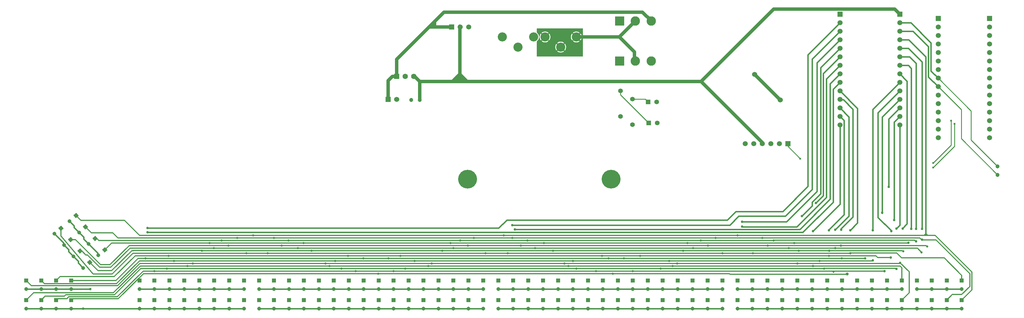
<source format=gtl>
G04*
G04 #@! TF.GenerationSoftware,Altium Limited,Altium Designer,23.7.1 (13)*
G04*
G04 Layer_Physical_Order=1*
G04 Layer_Color=255*
%FSLAX44Y44*%
%MOMM*%
G71*
G04*
G04 #@! TF.SameCoordinates,0223C93B-7FE2-4649-842A-E085946BCD85*
G04*
G04*
G04 #@! TF.FilePolarity,Positive*
G04*
G01*
G75*
%ADD11C,0.2540*%
%ADD14C,1.0160*%
%ADD16C,2.7200*%
%ADD18C,2.8000*%
%ADD19R,2.8000X2.8000*%
%ADD39C,0.3048*%
%ADD40C,0.3810*%
%ADD41C,5.5880*%
%ADD42R,1.1430X1.1430*%
%ADD43C,1.1430*%
%ADD44C,1.2000*%
%ADD45R,1.3970X1.3970*%
%ADD46C,1.3970*%
%ADD47R,1.5240X1.5240*%
%ADD48C,1.5240*%
%ADD49C,1.5000*%
%ADD50R,1.5000X1.5000*%
%ADD51R,1.5000X1.5000*%
%ADD52R,1.6000X1.6000*%
%ADD53C,1.6000*%
%ADD54C,1.4000*%
%ADD55P,1.6165X4X265.0*%
%ADD56C,0.6096*%
%ADD57C,0.7620*%
%ADD58C,0.6604*%
%ADD59C,0.7112*%
%ADD60C,0.8890*%
G36*
X1436370Y906780D02*
X1435100Y905510D01*
X1383419D01*
X1382933Y906683D01*
X1404620Y928370D01*
X1414780D01*
X1436370Y906780D01*
D02*
G37*
G36*
X1339850Y1084993D02*
Y1068070D01*
X1326085D01*
X1325538Y1069216D01*
X1338653Y1085417D01*
X1339850Y1084993D01*
D02*
G37*
G36*
X1775460Y979170D02*
X1638300D01*
Y1023966D01*
X1639059Y1024473D01*
X1641307Y1026721D01*
X1643073Y1029365D01*
X1644290Y1032302D01*
X1644910Y1035420D01*
Y1038599D01*
X1644290Y1041718D01*
X1643073Y1044655D01*
X1641307Y1047299D01*
X1639059Y1049547D01*
X1638300Y1050053D01*
Y1062990D01*
X1775460D01*
Y979170D01*
D02*
G37*
G36*
X2801717Y446943D02*
X2801230Y445770D01*
X2789309D01*
X2788823Y446943D01*
X2795270Y453390D01*
X2801717Y446943D01*
D02*
G37*
%LPC*%
G36*
X1757360Y1053130D02*
X1754180D01*
X1751062Y1052510D01*
X1748125Y1051293D01*
X1745749Y1049705D01*
X1747810Y1047644D01*
X1745116Y1044949D01*
X1743055Y1047011D01*
X1741467Y1044635D01*
X1740250Y1041698D01*
X1739630Y1038580D01*
Y1035400D01*
X1740250Y1032282D01*
X1741467Y1029345D01*
X1743055Y1026969D01*
X1745116Y1029031D01*
X1747810Y1026337D01*
X1745749Y1024275D01*
X1748125Y1022687D01*
X1751062Y1021470D01*
X1754180Y1020850D01*
X1757360D01*
X1760478Y1021470D01*
X1763415Y1022687D01*
X1765791Y1024275D01*
X1763729Y1026337D01*
X1766423Y1029031D01*
X1768485Y1026969D01*
X1770073Y1029345D01*
X1771290Y1032282D01*
X1771910Y1035400D01*
Y1038580D01*
X1771290Y1041698D01*
X1770073Y1044635D01*
X1768485Y1047011D01*
X1766423Y1044949D01*
X1763729Y1047644D01*
X1765791Y1049705D01*
X1763415Y1051293D01*
X1760478Y1052510D01*
X1757360Y1053130D01*
D02*
G37*
G36*
X1664660D02*
X1661480D01*
X1658362Y1052510D01*
X1655425Y1051293D01*
X1653049Y1049705D01*
X1655111Y1047644D01*
X1652417Y1044949D01*
X1650355Y1047011D01*
X1648767Y1044635D01*
X1647550Y1041698D01*
X1646930Y1038580D01*
Y1035400D01*
X1647550Y1032282D01*
X1648767Y1029345D01*
X1650355Y1026969D01*
X1652417Y1029031D01*
X1655111Y1026337D01*
X1653049Y1024275D01*
X1655425Y1022687D01*
X1658362Y1021470D01*
X1661480Y1020850D01*
X1664660D01*
X1667778Y1021470D01*
X1670715Y1022687D01*
X1673091Y1024275D01*
X1671030Y1026337D01*
X1673724Y1029031D01*
X1675786Y1026969D01*
X1677373Y1029345D01*
X1678590Y1032282D01*
X1679210Y1035400D01*
Y1038580D01*
X1678590Y1041698D01*
X1677373Y1044635D01*
X1675786Y1047011D01*
X1673724Y1044949D01*
X1671030Y1047644D01*
X1673091Y1049705D01*
X1670715Y1051293D01*
X1667778Y1052510D01*
X1664660Y1053130D01*
D02*
G37*
G36*
X1711010Y1023130D02*
X1707830D01*
X1704712Y1022510D01*
X1701775Y1021293D01*
X1699399Y1019706D01*
X1701461Y1017644D01*
X1698766Y1014950D01*
X1696705Y1017011D01*
X1695117Y1014635D01*
X1693900Y1011698D01*
X1693280Y1008580D01*
Y1005400D01*
X1693900Y1002282D01*
X1695117Y999345D01*
X1696705Y996969D01*
X1698766Y999031D01*
X1701461Y996337D01*
X1699399Y994275D01*
X1701775Y992687D01*
X1704712Y991470D01*
X1707830Y990850D01*
X1711010D01*
X1714128Y991470D01*
X1717065Y992687D01*
X1719441Y994275D01*
X1717379Y996337D01*
X1720074Y999031D01*
X1722135Y996969D01*
X1723723Y999345D01*
X1724940Y1002282D01*
X1725560Y1005400D01*
Y1008580D01*
X1724940Y1011698D01*
X1723723Y1014635D01*
X1722135Y1017011D01*
X1720074Y1014950D01*
X1717379Y1017644D01*
X1719441Y1019706D01*
X1717065Y1021293D01*
X1714128Y1022510D01*
X1711010Y1023130D01*
D02*
G37*
%LPD*%
D11*
X2816860Y661670D02*
X2870200Y715010D01*
Y787400D01*
X2880360Y711200D02*
Y778510D01*
X2816860Y647700D02*
X2880360Y711200D01*
X2900680Y734060D02*
Y820420D01*
Y734060D02*
X3008630Y626110D01*
X2832100Y889000D02*
X2900680Y820420D01*
X2385060Y711200D02*
X2421890Y674370D01*
X2385060Y711200D02*
Y722630D01*
X2832100Y914400D02*
X2929890Y816610D01*
X1272540Y919480D02*
X1275080D01*
X1978670Y1084580D02*
Y1085300D01*
X1922780Y852170D02*
X1961079D01*
X1969770Y843479D01*
X1887220Y864870D02*
Y876300D01*
Y864870D02*
X1971040Y781050D01*
X2929890Y730250D02*
Y816610D01*
Y730250D02*
X3008630Y651510D01*
D14*
X1409700Y923290D02*
Y1069340D01*
X2308860Y718820D02*
Y722630D01*
X1362710Y1111250D02*
X1952720D01*
X1221740Y919480D02*
Y970280D01*
X1318260Y1066800D02*
X1362710Y1111250D01*
X1318260Y1066800D02*
X1385570D01*
X1221740Y970280D02*
X1318260Y1066800D01*
X2286000Y925830D02*
X2360541Y851289D01*
X2359853Y849630D02*
X2360541Y850317D01*
Y851289D01*
X1929130Y967740D02*
X1931670Y965200D01*
X1929130Y967740D02*
Y991940D01*
X1884080Y1036990D02*
X1929130Y991940D01*
X1884080Y1036990D02*
X1931670Y1084580D01*
X2127250Y904240D02*
X2343030Y1120020D01*
X1275080Y919480D02*
X1290320Y904240D01*
X2343030Y1120020D02*
X2702680D01*
X2717800Y1104900D01*
X1290320Y849630D02*
Y904240D01*
X2127250D01*
X2308860Y722630D01*
X1196340Y850900D02*
Y906780D01*
X1209040Y919480D01*
X1221740D01*
X1952720Y1111250D02*
X1978670Y1085300D01*
X1755770Y1036990D02*
X1884080D01*
D16*
X1536070Y1037010D02*
D03*
X1628770D02*
D03*
X1582420Y1007010D02*
D03*
X1663070Y1036990D02*
D03*
X1755770D02*
D03*
X1709420Y1006990D02*
D03*
D18*
X1978670Y1084580D02*
D03*
X1931670D02*
D03*
X1978670Y965200D02*
D03*
X1931670D02*
D03*
D19*
X1884670Y1084580D02*
D03*
Y965200D02*
D03*
D39*
X318166Y331093D02*
X318167Y331093D01*
X2926080Y293370D02*
Y331470D01*
X2784715Y432195D02*
X2787577D01*
X2825689Y431861D02*
X2926080Y331470D01*
X2787911Y431861D02*
X2825689D01*
X2783840Y433070D02*
X2784715Y432195D01*
X2787577D02*
X2787911Y431861D01*
X2782603Y433070D02*
X2783840D01*
X2235200Y445770D02*
X2823210D01*
X2704879Y346964D02*
X2706403Y345440D01*
X2006600Y346710D02*
X2493010D01*
X1756410D02*
X2006600D01*
X2706403Y345440D02*
X2707640D01*
X2493264Y346964D02*
X2704879D01*
X838200Y392430D02*
X2280920D01*
X1357630Y400050D02*
X1686560D01*
X2073910D01*
X969010D02*
X1357630D01*
X2404491Y422783D02*
X2742819D01*
X2308860Y438150D02*
X2777523D01*
X2343658Y431038D02*
X2761775D01*
X1233170Y384810D02*
X1832610D01*
X1451610Y438150D02*
X1565910D01*
X1659890Y422910D02*
X2086610D01*
X1540510Y445770D02*
X2235200D01*
X1591310Y415290D02*
X2147570D01*
X1633220Y407670D02*
X2103120D01*
X2170430Y438150D02*
X2308860D01*
X1610360Y430530D02*
X2125980D01*
X2542540Y415290D02*
X2542667Y415163D01*
X795020Y445770D02*
X1540510D01*
X1565910Y438150D02*
X2170430D01*
X1390650Y407670D02*
X1633220D01*
X1381760Y422910D02*
X1659890D01*
X257810Y256540D02*
X393969D01*
X237773Y268253D02*
X382553D01*
X246602Y262509D02*
X391382D01*
X393969Y256540D02*
X468899Y331470D01*
X213741Y256921D02*
X241014D01*
X176530Y264160D02*
X233680D01*
X241014Y256921D02*
X246602Y262509D01*
X142240Y274320D02*
X379730D01*
X165100Y252730D02*
X176530Y264160D01*
X233680D02*
X237773Y268253D01*
X209550Y252730D02*
X213741Y256921D01*
X120650Y252730D02*
X142240Y274320D01*
X254000Y252730D02*
X257810Y256540D01*
X282491Y490220D02*
X412750D01*
X457200Y445770D01*
X377901Y453390D02*
X393141Y438150D01*
X313842Y453390D02*
X377901D01*
X2417686Y399936D02*
X2724826D01*
X2526030Y407670D02*
X2539257D01*
X2103120D02*
X2387600D01*
X2525966D02*
X2526030Y407607D01*
X2387600Y407670D02*
X2525966D01*
X2646680Y384810D02*
X2651760Y379730D01*
X2592578Y384556D02*
X2592832Y384810D01*
X2567324Y384556D02*
X2592578D01*
X2592832Y384810D02*
X2646680D01*
X1945640D02*
X2506980D01*
X2567070D01*
X2493010Y346710D02*
X2493264Y346964D01*
X1924050Y339090D02*
X2520442D01*
X1814830D02*
X1924050D01*
X2671572Y338582D02*
X2672080Y339090D01*
X2520950Y338582D02*
X2671572D01*
X2520442Y339090D02*
X2520950Y338582D01*
Y336804D02*
Y338582D01*
X2213123Y329438D02*
X2560955D01*
X2211091Y331470D02*
X2213123Y329438D01*
X2560955D02*
X2561590Y330073D01*
X1167130Y331470D02*
X2211091D01*
X2459990Y354330D02*
X2719070D01*
X2724150Y349250D01*
X2042160Y354330D02*
X2459990D01*
X2567070Y384810D02*
X2567324Y384556D01*
X2570480Y392176D02*
X2570874Y392570D01*
X2724826Y399936D02*
X2726998Y397764D01*
X2570874Y392570D02*
X2708770D01*
X2417572Y400050D02*
X2417686Y399936D01*
X2761775Y431038D02*
X2764823Y427990D01*
X2769997Y407543D02*
X2782570Y394970D01*
X2325370Y415290D02*
X2325434Y415227D01*
X2542477D02*
X2542540Y415163D01*
X2742819Y422783D02*
X2743200Y423164D01*
X2325434Y415227D02*
X2542477D01*
X2343150Y430530D02*
X2343658Y431038D01*
X2125980Y430530D02*
X2343150D01*
X2539384Y407543D02*
X2769997D01*
X2795705Y415163D02*
X2798118Y412750D01*
X2539257Y407670D02*
X2539384Y407543D01*
X2542667Y415163D02*
X2795705D01*
X2280920Y392430D02*
X2281047Y392303D01*
X2570353D01*
X2570480Y392176D01*
X2413000Y361950D02*
X2719070D01*
X2745486Y274066D02*
Y336804D01*
X2719070Y363220D02*
X2745486Y336804D01*
X2708770Y392570D02*
X2722880Y378460D01*
X2726998Y397764D02*
X2727960D01*
X2764823Y427990D02*
X2766060D01*
X2798118Y412750D02*
X2799080D01*
X2777523Y438150D02*
X2782603Y433070D01*
X2147570Y415290D02*
X2325370D01*
X2635283Y369570D02*
X2636553Y370840D01*
X2637790D01*
X2032000Y369570D02*
X2635283D01*
X1851660Y377190D02*
X1897380D01*
X2545080D02*
X2614930D01*
X1897380D02*
X2545080D01*
X1832610Y384810D02*
X1945640D01*
X2404110Y422402D02*
X2404491Y422783D01*
X2651760Y379730D02*
X2691130D01*
X2056130Y361950D02*
X2413000D01*
X2823210Y445770D02*
X2932430Y336550D01*
X2722880Y378460D02*
X2849880D01*
X2901950Y311150D02*
Y326390D01*
X2849880Y378460D02*
X2901950Y326390D01*
X2086610Y422910D02*
X2403856D01*
X2073910Y400050D02*
X2417572D01*
X2901950Y269240D02*
X2926080Y293370D01*
X2857500Y252730D02*
X2874010Y269240D01*
X2901950D01*
Y252730D02*
X2932430Y283210D01*
Y336550D01*
X318074Y331185D02*
X318166Y331093D01*
X318167Y331093D02*
X319059Y330200D01*
X2724150Y311150D02*
Y349250D01*
Y252730D02*
X2745486Y274066D01*
X1720850Y361950D02*
X2056130D01*
X1732280Y354330D02*
X2042160D01*
X1746250Y369570D02*
X2032000D01*
X1197610Y377190D02*
X1851660D01*
X1212850Y339090D02*
X1814830D01*
X1099820D02*
X1212850D01*
X468899Y331470D02*
X1167130D01*
X1247140Y346710D02*
X1756410D01*
X1275080Y369570D02*
X1746250D01*
X1315720Y354330D02*
X1732280D01*
X1325880Y361950D02*
X1720850D01*
X1410970Y430530D02*
X1610360D01*
X1433830Y415290D02*
X1591310D01*
X857250Y438150D02*
X1451610D01*
X880110Y415290D02*
X1433830D01*
X900430Y430530D02*
X1410970D01*
X928370Y407670D02*
X1390650D01*
X944880Y422910D02*
X1381760D01*
X642620Y400050D02*
X969010D01*
X1010220Y361950D02*
X1325880D01*
X615950D02*
X1010220D01*
X1022350Y354330D02*
X1315720D01*
X1038860Y369570D02*
X1275080D01*
X1057910Y346710D02*
X1247140D01*
X1076960Y384810D02*
X1233170D01*
X1122680Y377190D02*
X1197610D01*
X501650Y339090D02*
X1099820D01*
X474980Y377190D02*
X1122680D01*
X543560Y384810D02*
X1076960D01*
X444500D02*
X543560D01*
X538480Y346710D02*
X1057910D01*
X461010D02*
X538480D01*
X560070Y369570D02*
X1038860D01*
X457200D02*
X560070D01*
X599440Y354330D02*
X1022350D01*
X459740D02*
X599440D01*
X678180Y407670D02*
X928370D01*
X774700Y392430D02*
X838200D01*
X665480Y422910D02*
X944880D01*
X374623D02*
X665480D01*
X701040Y430530D02*
X900430D01*
X721360Y415290D02*
X880110D01*
X748030Y438150D02*
X857250D01*
X457200Y445770D02*
X795020D01*
X438150Y392430D02*
X774700D01*
X393141Y438150D02*
X748030D01*
X426720Y415290D02*
X721360D01*
X369570Y358140D02*
X426720Y415290D01*
X353994Y402281D02*
X353994D01*
X374623Y422910D01*
X325422Y436332D02*
X330614D01*
X336416Y430530D01*
X701040D01*
X439420Y400050D02*
X439520Y400150D01*
X642520D02*
X642620Y400050D01*
X439520Y400150D02*
X642520D01*
X375920Y330200D02*
X438150Y392430D01*
X429260Y407670D02*
X678180D01*
X372110Y350520D02*
X429260Y407670D01*
X434340Y400050D02*
X439420D01*
X382270Y322580D02*
X444500Y384810D01*
X453390Y377190D02*
X474980D01*
X389129Y301499D02*
X457200Y369570D01*
X458470Y361950D02*
X615950D01*
X467963Y339090D02*
X501650D01*
X268278Y504433D02*
X282491Y490220D01*
X268278Y504433D02*
X268278D01*
X296850Y470382D02*
X313842Y453390D01*
X296850Y470382D02*
X296850D01*
X252098Y432831D02*
X266939D01*
X341630Y358140D02*
X369570D01*
X266939Y432831D02*
X341630Y358140D01*
X280670Y398780D02*
X285862D01*
X297292Y387350D01*
X302260D01*
X339090Y350520D02*
X372110D01*
X302260Y387350D02*
X339090Y350520D01*
X309242Y364729D02*
X309242D01*
X333611Y340360D01*
X374650D01*
X434340Y400050D01*
X223526Y443461D02*
Y466881D01*
Y443461D02*
X318074Y331185D01*
X319059Y330200D02*
X375920D01*
X209550Y311150D02*
X220980Y322580D01*
X382270D01*
X254000Y311150D02*
X387350D01*
X453390Y377190D01*
X217076Y301499D02*
X246474D01*
X174879Y301371D02*
X216948D01*
X217076Y301499D01*
X244287Y295783D02*
X263713D01*
X263841Y295911D01*
X135889D02*
X172437D01*
X219391D02*
X244159D01*
X263841D02*
X392431D01*
X244159D02*
X244287Y295783D01*
X246474Y301499D02*
X246602Y301371D01*
X261398D01*
X261526Y301499D01*
X172564Y295783D02*
X219263D01*
X219391Y295911D01*
X172437D02*
X172564Y295783D01*
X165100Y311150D02*
X174879Y301371D01*
X120650Y311150D02*
X135889Y295911D01*
X261526Y301499D02*
X389129D01*
X392431Y295911D02*
X458470Y361950D01*
X379730Y274320D02*
X459740Y354330D01*
X382553Y268253D02*
X461010Y346710D01*
X391382Y262509D02*
X467963Y339090D01*
D40*
X2359660Y849630D02*
X2362200D01*
X2795270Y447040D02*
X2795270Y977900D01*
X2249805Y471170D02*
X2411730D01*
X1573530Y463550D02*
X2420620D01*
X2249170Y471805D02*
X2249805Y471170D01*
X2684780Y590550D02*
Y792480D01*
X2717800Y825500D01*
X2444750Y984250D02*
X2540000Y1079500D01*
X2369820Y516890D02*
X2444750Y591820D01*
Y984250D01*
X2230120Y516890D02*
X2369820D01*
X2457450Y582930D02*
Y971550D01*
X2540000Y1054100D01*
X2377440Y502920D02*
X2457450Y582930D01*
X2471420Y576580D02*
Y960120D01*
X2540000Y1028700D01*
X2381250Y486410D02*
X2471420Y576580D01*
X1549400Y491490D02*
X2204720D01*
X2230120Y516890D01*
X2212340Y476250D02*
X2239010Y502920D01*
X2377440D01*
X2426970D02*
X2457450Y533400D01*
X2411730Y471170D02*
X2499360Y558800D01*
X2420620Y463550D02*
X2510790Y553720D01*
X1565910Y476250D02*
X2212340D01*
X2249170Y486410D02*
X2381250D01*
X2482850Y946150D02*
X2540000Y1003300D01*
X2482850Y570230D02*
Y946150D01*
X2457450Y544830D02*
X2482850Y570230D01*
X2457450Y533400D02*
Y544830D01*
X2490470Y928370D02*
X2540000Y977900D01*
X2490470Y563880D02*
Y928370D01*
X2468245Y541655D02*
X2490470Y563880D01*
X2499360Y911860D02*
X2540000Y952500D01*
X2499360Y558800D02*
Y911860D01*
X2510790Y897890D02*
X2540000Y927100D01*
X2510790Y553720D02*
Y897890D01*
X2429510Y454660D02*
X2519680Y544830D01*
X2459990Y458470D02*
X2540000Y538480D01*
X482600Y454660D02*
X2429510D01*
X2506980Y462280D02*
X2551945Y507245D01*
X2526030Y462280D02*
X2566670Y502920D01*
X2540000Y800100D02*
X2551945Y788155D01*
Y507245D02*
Y788155D01*
X2566670Y502920D02*
Y798830D01*
X1525270Y467360D02*
X1549400Y491490D01*
X481330Y467360D02*
X1525270D01*
X2235200Y227330D02*
X2279650D01*
X2324100D01*
X2368550D01*
X2413000D01*
X2457450D01*
X2501900D01*
X2546350D01*
X2590800D01*
X2635250D01*
X2679700D01*
X2724150D01*
X2768600D01*
X2813050D01*
X2857500D01*
X2901950D01*
X2857500Y285750D02*
X2901950D01*
X2813050D02*
X2857500D01*
X2768600D02*
X2813050D01*
X2679700D02*
X2724150D01*
X2635250D02*
X2679700D01*
X2590800D02*
X2635250D01*
X2546350D02*
X2590800D01*
X2501900D02*
X2546350D01*
X2457450D02*
X2501900D01*
X2413000D02*
X2457450D01*
X2368550D02*
X2413000D01*
X2324100D02*
X2368550D01*
X2279650D02*
X2324100D01*
X2235200D02*
X2279650D01*
X2146300D02*
X2190750D01*
X2101850D02*
X2146300D01*
X2057400D02*
X2101850D01*
X2012950D02*
X2057400D01*
X1968500D02*
X2012950D01*
X1924050D02*
X1968500D01*
X1879600D02*
X1924050D01*
X1835150D02*
X1879600D01*
X1790700D02*
X1835150D01*
X1746250D02*
X1790700D01*
X1701800D02*
X1746250D01*
X1657350D02*
X1701800D01*
X1612900D02*
X1657350D01*
X1568450D02*
X1612900D01*
X1524000D02*
X1568450D01*
X2146300Y227330D02*
X2190750D01*
X2101850D02*
X2146300D01*
X2057400D02*
X2101850D01*
X2012950D02*
X2057400D01*
X1968500D02*
X2012950D01*
X1924050D02*
X1968500D01*
X1879600D02*
X1924050D01*
X1835150D02*
X1879600D01*
X1790700D02*
X1835150D01*
X1746250D02*
X1790700D01*
X1701800D02*
X1746250D01*
X1657350D02*
X1701800D01*
X1612900D02*
X1657350D01*
X1568450D02*
X1612900D01*
X1524000D02*
X1568450D01*
X1435100D02*
X1479550D01*
X1390650D02*
X1435100D01*
X1346200D02*
X1390650D01*
X1301750D02*
X1346200D01*
X1257300D02*
X1301750D01*
X1212850D02*
X1257300D01*
X1168400D02*
X1212850D01*
X1123950D02*
X1168400D01*
X1079500D02*
X1123950D01*
X1035050D02*
X1079500D01*
X990600D02*
X1035050D01*
X946150D02*
X990600D01*
X901700D02*
X946150D01*
X857250D02*
X901700D01*
X812800D02*
X857250D01*
X1435100Y285750D02*
X1479550D01*
X1390650D02*
X1435100D01*
X1346200D02*
X1390650D01*
X1301750D02*
X1346200D01*
X1257300D02*
X1301750D01*
X1212850D02*
X1257300D01*
X1168400D02*
X1212850D01*
X1123950D02*
X1168400D01*
X1079500D02*
X1123950D01*
X1035050D02*
X1079500D01*
X990600D02*
X1035050D01*
X946150D02*
X990600D01*
X901700D02*
X946150D01*
X857250D02*
X901700D01*
X812800D02*
X857250D01*
X305965Y420005D02*
X333079Y392891D01*
Y387412D02*
Y392891D01*
Y387412D02*
X334537Y385954D01*
X277393Y454055D02*
X291163Y440285D01*
Y434806D02*
Y440285D01*
Y434806D02*
X305965Y420005D01*
X248821Y488106D02*
X262591Y474336D01*
Y468857D02*
Y474336D01*
Y468857D02*
X277393Y454055D01*
X723900Y285750D02*
X768350D01*
X679450D02*
X723900D01*
X635000D02*
X679450D01*
X590550D02*
X635000D01*
X546100D02*
X590550D01*
X501650D02*
X546100D01*
X457200D02*
X501650D01*
X254000D02*
X309880D01*
X289560Y227330D02*
X457200D01*
X209550Y285750D02*
X254000D01*
X165100D02*
X209550D01*
X120650D02*
X165100D01*
X2519680Y881380D02*
X2540000Y901700D01*
X2519680Y544830D02*
Y881380D01*
X2578100Y500380D02*
Y821690D01*
X2540000Y538480D02*
Y774700D01*
X254000Y227330D02*
X289560D01*
X261213Y382453D02*
X274983Y368683D01*
Y363204D02*
Y368683D01*
Y363204D02*
X289785Y348403D01*
X232641Y416504D02*
X246411Y402733D01*
Y397255D02*
Y402733D01*
Y397255D02*
X261213Y382453D01*
X204069Y450554D02*
X231183Y423440D01*
Y417962D02*
Y423440D01*
Y417962D02*
X232641Y416504D01*
X723900Y227330D02*
X768350D01*
X679450D02*
X723900D01*
X635000D02*
X679450D01*
X590550D02*
X635000D01*
X546100D02*
X590550D01*
X501650D02*
X546100D01*
X457200D02*
X501650D01*
X209550D02*
X254000D01*
X165100D02*
X209550D01*
X120650D02*
X165100D01*
X2540000Y825500D02*
X2566670Y798830D01*
X2543810Y462280D02*
Y466090D01*
X2578100Y500380D01*
X2549979Y849811D02*
X2578100Y821690D01*
X2541089Y849811D02*
X2549979D01*
X2540000Y850900D02*
X2541089Y849811D01*
X2592126Y482656D02*
Y824174D01*
X2570480Y461010D02*
X2592126Y482656D01*
X2540000Y876300D02*
X2592126Y824174D01*
X2725420Y466090D02*
X2739390Y480060D01*
X2717800Y927100D02*
X2739390Y905510D01*
Y480060D02*
Y905510D01*
X2717800Y952500D02*
X2743200D01*
X2752090Y943610D01*
Y464820D02*
Y943610D01*
X2637790Y461010D02*
Y821690D01*
X2717800Y901700D01*
X2653030Y499110D02*
X2692400Y459740D01*
X2653030Y499110D02*
Y513080D01*
X2701228Y491428D02*
Y783528D01*
X2717800Y476250D02*
Y774700D01*
X2707640Y466090D02*
X2717800Y476250D01*
X2665730Y513080D02*
Y798830D01*
Y511810D02*
Y513080D01*
X2701228Y783528D02*
X2717800Y800100D01*
X2665730Y798830D02*
X2717800Y850900D01*
X2653030Y513080D02*
X2653030Y811530D01*
X2717800Y876300D01*
X2766060Y466090D02*
Y958850D01*
X2744470Y1028700D02*
X2795270Y977900D01*
X2783840Y464820D02*
Y962660D01*
X2717800Y977900D02*
X2747010D01*
X2766060Y958850D01*
X2743200Y1003300D02*
X2783840Y962660D01*
X2717800Y1003300D02*
X2743200D01*
X2717800Y1028700D02*
X2744470D01*
X2802890Y918210D02*
Y1008380D01*
Y918210D02*
X2832100Y889000D01*
X2717800Y1054100D02*
X2757170D01*
X2802890Y1008380D01*
X2717800Y1079500D02*
X2750820D01*
X2810510Y1019810D01*
Y935990D02*
X2832100Y914400D01*
X2810510Y935990D02*
Y1019810D01*
D41*
X1432420Y613410D02*
D03*
X1859420D02*
D03*
D42*
X1746250Y311150D02*
D03*
X2546350D02*
D03*
X120650Y252730D02*
D03*
X990600D02*
D03*
X1701800D02*
D03*
X2413000D02*
D03*
X2724150Y311150D02*
D03*
X2012950D02*
D03*
X1301750D02*
D03*
X590550D02*
D03*
X768350Y252730D02*
D03*
X1479550D02*
D03*
X2190750D02*
D03*
X2901950D02*
D03*
X2235200Y311150D02*
D03*
X1524000D02*
D03*
X812800D02*
D03*
X946150Y252730D02*
D03*
X1657350D02*
D03*
X2368550D02*
D03*
X2768600Y311150D02*
D03*
X2057400D02*
D03*
X1346200D02*
D03*
X635000D02*
D03*
X723900Y252730D02*
D03*
X1435100D02*
D03*
X2146300D02*
D03*
X2857500D02*
D03*
X2279650Y311150D02*
D03*
X1568450D02*
D03*
X857250D02*
D03*
X679450Y252730D02*
D03*
X1390650D02*
D03*
X2101850D02*
D03*
X2813050D02*
D03*
X2324100Y311150D02*
D03*
X1612900D02*
D03*
X901700D02*
D03*
Y252730D02*
D03*
X1612900D02*
D03*
X2324100D02*
D03*
X2813050Y311150D02*
D03*
X2101850D02*
D03*
X1390650D02*
D03*
X679450D02*
D03*
X635000Y252730D02*
D03*
X1346200D02*
D03*
X2057400D02*
D03*
X2768600D02*
D03*
X2368550Y311150D02*
D03*
X1657350D02*
D03*
X946150D02*
D03*
X857250Y252730D02*
D03*
X1568450D02*
D03*
X2279650D02*
D03*
X2857500Y311150D02*
D03*
X2146300D02*
D03*
X1435100D02*
D03*
X723900D02*
D03*
X590550Y252730D02*
D03*
X1301750D02*
D03*
X2012950D02*
D03*
X2724150D02*
D03*
X2413000Y311150D02*
D03*
X1701800D02*
D03*
X990600D02*
D03*
X120650D02*
D03*
X812800Y252730D02*
D03*
X1524000D02*
D03*
X2235200D02*
D03*
X2901950Y311150D02*
D03*
X2190750D02*
D03*
X1479550D02*
D03*
X768350D02*
D03*
X546100Y252730D02*
D03*
X1257300D02*
D03*
X1968500D02*
D03*
X2679700D02*
D03*
X2457450Y311150D02*
D03*
X1035050D02*
D03*
X165100D02*
D03*
X501650Y252730D02*
D03*
X1212850D02*
D03*
X1924050D02*
D03*
X2635250D02*
D03*
X2501900Y311150D02*
D03*
X1790700D02*
D03*
X1079500D02*
D03*
X209550D02*
D03*
X457200Y252730D02*
D03*
X1168400D02*
D03*
X1879600D02*
D03*
X2590800D02*
D03*
X1835150Y311150D02*
D03*
X1123950D02*
D03*
X254000D02*
D03*
Y252730D02*
D03*
X1123950D02*
D03*
X1835150D02*
D03*
X2546350D02*
D03*
X2590800Y311150D02*
D03*
X1879600D02*
D03*
X1168400D02*
D03*
X457200D02*
D03*
X209550Y252730D02*
D03*
X1079500D02*
D03*
X1790700D02*
D03*
X2501900D02*
D03*
X2635250Y311150D02*
D03*
X1924050D02*
D03*
X1212850D02*
D03*
X501650D02*
D03*
X165100Y252730D02*
D03*
X1035050D02*
D03*
X1746250D02*
D03*
X2457450D02*
D03*
X2679700Y311150D02*
D03*
X1968500D02*
D03*
X1257300D02*
D03*
X546100D02*
D03*
D43*
X1746250Y285750D02*
D03*
X2546350D02*
D03*
X120650Y227330D02*
D03*
X990600D02*
D03*
X1701800D02*
D03*
X2413000D02*
D03*
X2724150Y285750D02*
D03*
X2012950D02*
D03*
X1301750D02*
D03*
X590550D02*
D03*
X768350Y227330D02*
D03*
X1479550D02*
D03*
X2190750D02*
D03*
X2901950D02*
D03*
X2235200Y285750D02*
D03*
X1524000D02*
D03*
X812800D02*
D03*
X248821Y488106D02*
D03*
X289785Y348403D02*
D03*
X946150Y227330D02*
D03*
X1657350D02*
D03*
X2368550D02*
D03*
X2768600Y285750D02*
D03*
X2057400D02*
D03*
X1346200D02*
D03*
X635000D02*
D03*
X723900Y227330D02*
D03*
X1435100D02*
D03*
X2146300D02*
D03*
X2857500D02*
D03*
X2279650Y285750D02*
D03*
X1568450D02*
D03*
X857250D02*
D03*
X277393Y454055D02*
D03*
X679450Y227330D02*
D03*
X1390650D02*
D03*
X2101850D02*
D03*
X2813050D02*
D03*
X2324100Y285750D02*
D03*
X1612900D02*
D03*
X901700D02*
D03*
X305965Y420005D02*
D03*
X261213Y382453D02*
D03*
X901700Y227330D02*
D03*
X1612900D02*
D03*
X2324100D02*
D03*
X2813050Y285750D02*
D03*
X2101850D02*
D03*
X1390650D02*
D03*
X679450D02*
D03*
X635000Y227330D02*
D03*
X1346200D02*
D03*
X2057400D02*
D03*
X2768600D02*
D03*
X2368550Y285750D02*
D03*
X1657350D02*
D03*
X946150D02*
D03*
X334537Y385954D02*
D03*
X232641Y416504D02*
D03*
X857250Y227330D02*
D03*
X1568450D02*
D03*
X2279650D02*
D03*
X2857500Y285750D02*
D03*
X2146300D02*
D03*
X1435100D02*
D03*
X723900D02*
D03*
X590550Y227330D02*
D03*
X1301750D02*
D03*
X2012950D02*
D03*
X2724150D02*
D03*
X2413000Y285750D02*
D03*
X1701800D02*
D03*
X990600D02*
D03*
X120650D02*
D03*
X204069Y450554D02*
D03*
X812800Y227330D02*
D03*
X1524000D02*
D03*
X2235200D02*
D03*
X2901950Y285750D02*
D03*
X2190750D02*
D03*
X1479550D02*
D03*
X768350D02*
D03*
X546100Y227330D02*
D03*
X1257300D02*
D03*
X1968500D02*
D03*
X2679700D02*
D03*
X2457450Y285750D02*
D03*
X1035050D02*
D03*
X165100D02*
D03*
X501650Y227330D02*
D03*
X1212850D02*
D03*
X1924050D02*
D03*
X2635250D02*
D03*
X2501900Y285750D02*
D03*
X1790700D02*
D03*
X1079500D02*
D03*
X209550D02*
D03*
X457200Y227330D02*
D03*
X1168400D02*
D03*
X1879600D02*
D03*
X2590800D02*
D03*
X1835150Y285750D02*
D03*
X1123950D02*
D03*
X254000D02*
D03*
Y227330D02*
D03*
X1123950D02*
D03*
X1835150D02*
D03*
X2546350D02*
D03*
X2590800Y285750D02*
D03*
X1879600D02*
D03*
X1168400D02*
D03*
X457200D02*
D03*
X209550Y227330D02*
D03*
X1079500D02*
D03*
X1790700D02*
D03*
X2501900D02*
D03*
X2635250Y285750D02*
D03*
X1924050D02*
D03*
X1212850D02*
D03*
X501650D02*
D03*
X165100Y227330D02*
D03*
X1035050D02*
D03*
X1746250D02*
D03*
X2457450D02*
D03*
X2679700Y285750D02*
D03*
X1968500D02*
D03*
X1257300D02*
D03*
X546100D02*
D03*
D44*
X1264920Y849630D02*
D03*
X1290320D02*
D03*
X3008630Y651510D02*
D03*
Y626110D02*
D03*
D45*
X1969770Y843479D02*
D03*
X1971040Y781050D02*
D03*
D46*
X1995170Y843479D02*
D03*
X1996440Y781050D02*
D03*
D47*
X1196340Y850900D02*
D03*
D48*
X1221740D02*
D03*
X2286000Y925830D02*
D03*
X2362200Y849630D02*
D03*
D49*
X2984500Y736600D02*
D03*
Y762000D02*
D03*
Y787400D02*
D03*
Y812800D02*
D03*
Y838200D02*
D03*
Y863600D02*
D03*
Y889000D02*
D03*
Y914400D02*
D03*
Y939800D02*
D03*
Y965200D02*
D03*
Y990600D02*
D03*
Y1016000D02*
D03*
Y1041400D02*
D03*
Y1066800D02*
D03*
X2832100Y736600D02*
D03*
Y762000D02*
D03*
Y787400D02*
D03*
Y812800D02*
D03*
Y838200D02*
D03*
Y863600D02*
D03*
Y889000D02*
D03*
Y914400D02*
D03*
Y939800D02*
D03*
Y965200D02*
D03*
Y990600D02*
D03*
Y1016000D02*
D03*
Y1041400D02*
D03*
Y1066800D02*
D03*
X1410970D02*
D03*
X1436370D02*
D03*
X2258060Y718820D02*
D03*
X2283460D02*
D03*
X2308860D02*
D03*
X2334260D02*
D03*
X2359660D02*
D03*
X2717800Y774700D02*
D03*
Y800100D02*
D03*
Y825500D02*
D03*
Y850900D02*
D03*
Y876300D02*
D03*
Y901700D02*
D03*
Y927100D02*
D03*
Y952500D02*
D03*
Y977900D02*
D03*
Y1003300D02*
D03*
Y1028700D02*
D03*
Y1054100D02*
D03*
Y1079500D02*
D03*
X2540000Y774700D02*
D03*
Y800100D02*
D03*
Y825500D02*
D03*
Y850900D02*
D03*
Y876300D02*
D03*
Y901700D02*
D03*
Y927100D02*
D03*
Y952500D02*
D03*
Y977900D02*
D03*
Y1003300D02*
D03*
Y1028700D02*
D03*
Y1054100D02*
D03*
Y1079500D02*
D03*
D50*
X2984500Y1092200D02*
D03*
X2832100D02*
D03*
X2717800Y1104900D02*
D03*
X2540000D02*
D03*
D51*
X1385570Y1066800D02*
D03*
X2385060Y718820D02*
D03*
D52*
X1221740Y919480D02*
D03*
D53*
X1247140D02*
D03*
X1272540D02*
D03*
D54*
X1922780Y852170D02*
D03*
Y775970D02*
D03*
X1887220Y876300D02*
D03*
Y800100D02*
D03*
D55*
X268278Y504433D02*
D03*
X309242Y364729D02*
D03*
X296850Y470382D02*
D03*
X325422Y436332D02*
D03*
X280670Y398780D02*
D03*
X353994Y402281D02*
D03*
X252098Y432831D02*
D03*
X223526Y466881D02*
D03*
D56*
X2870200Y787400D02*
D03*
X2880360Y778510D02*
D03*
X2421890Y674370D02*
D03*
X2816860Y661670D02*
D03*
Y647700D02*
D03*
D57*
X2707640Y345440D02*
D03*
X1573530Y463550D02*
D03*
X2249170Y471805D02*
D03*
X2684780Y590550D02*
D03*
X2426970Y502920D02*
D03*
X2468245Y541655D02*
D03*
X2249170Y486410D02*
D03*
X2506980Y461010D02*
D03*
X2526030Y462280D02*
D03*
X2459990Y458470D02*
D03*
X1565910Y476250D02*
D03*
X481330Y467360D02*
D03*
X311150Y285750D02*
D03*
X481330Y454660D02*
D03*
X289560Y227330D02*
D03*
X2672080Y339090D02*
D03*
X2743200Y423164D02*
D03*
X2543810Y462280D02*
D03*
X2570480Y461010D02*
D03*
X2719070Y363220D02*
D03*
X2726690Y466090D02*
D03*
X2752090Y464820D02*
D03*
X2637790Y461010D02*
D03*
Y370840D02*
D03*
X2691130Y379730D02*
D03*
X2692400Y458470D02*
D03*
X2701290Y491490D02*
D03*
X2707640Y466090D02*
D03*
X2665730Y513080D02*
D03*
X2766060Y464820D02*
D03*
Y427990D02*
D03*
X2783840Y433070D02*
D03*
Y464820D02*
D03*
D58*
X1551940Y392430D02*
D03*
X2479040Y369570D02*
D03*
X1659890Y422910D02*
D03*
X1633220Y407670D02*
D03*
X2520950Y336804D02*
D03*
X2727960Y397764D02*
D03*
X2782570Y394970D02*
D03*
X2506980Y384810D02*
D03*
X2545080Y377190D02*
D03*
X2799080Y412750D02*
D03*
X2404110Y422656D02*
D03*
X2417686Y399936D02*
D03*
X2343150Y430530D02*
D03*
X2387600Y407670D02*
D03*
X2493010Y346710D02*
D03*
X2413000Y361950D02*
D03*
X2325370Y415290D02*
D03*
X2308860Y438150D02*
D03*
X2280920Y392430D02*
D03*
X2235200Y445770D02*
D03*
X2190750Y392430D02*
D03*
X2170430Y438150D02*
D03*
X2147570Y415290D02*
D03*
X2125980Y430530D02*
D03*
X2103120Y407670D02*
D03*
X2086610Y422910D02*
D03*
X2073910Y400050D02*
D03*
X2056130Y361950D02*
D03*
X2042160Y354330D02*
D03*
X2032000Y369570D02*
D03*
X2006600Y346710D02*
D03*
X1945640Y384810D02*
D03*
X1924050Y339090D02*
D03*
X1897380Y377190D02*
D03*
X1864360Y331470D02*
D03*
X1851660Y377190D02*
D03*
X1814830Y339090D02*
D03*
X1832610Y384810D02*
D03*
X1756410Y346710D02*
D03*
X1746250Y369570D02*
D03*
X1732280Y354330D02*
D03*
X1720850Y361950D02*
D03*
X1686560Y400050D02*
D03*
X1610360Y430530D02*
D03*
X1591310Y415290D02*
D03*
X1565910Y438150D02*
D03*
X1540510Y445770D02*
D03*
X1485900Y392430D02*
D03*
X1451610Y438150D02*
D03*
X1433830Y415290D02*
D03*
X1410970Y430530D02*
D03*
X1390650Y407670D02*
D03*
X1381760Y422910D02*
D03*
X1357630Y400050D02*
D03*
X1325880Y361950D02*
D03*
X1315720Y354330D02*
D03*
X1275080Y369570D02*
D03*
X1247140Y346710D02*
D03*
X1233170Y384810D02*
D03*
X1212850Y339090D02*
D03*
X1197610Y377190D02*
D03*
X1167130Y331470D02*
D03*
X1122680Y377190D02*
D03*
X1099820Y339090D02*
D03*
X1076960Y384810D02*
D03*
X1057910Y346710D02*
D03*
X1038860Y369570D02*
D03*
X1010220Y361950D02*
D03*
X1022350Y354330D02*
D03*
X969010Y400050D02*
D03*
X944880Y422910D02*
D03*
X928370Y407670D02*
D03*
X900430Y430530D02*
D03*
X880110Y415290D02*
D03*
X857250Y438150D02*
D03*
X838200Y392430D02*
D03*
X795020Y445770D02*
D03*
X774700Y392430D02*
D03*
X748030Y438150D02*
D03*
X599440Y354330D02*
D03*
X665480Y422910D02*
D03*
X642620Y400050D02*
D03*
X560070Y369570D02*
D03*
X538480Y346710D02*
D03*
X543560Y384810D02*
D03*
X721360Y415290D02*
D03*
X701040Y430530D02*
D03*
X678180Y407670D02*
D03*
X615950Y361950D02*
D03*
X474980Y377190D02*
D03*
X501650Y339090D02*
D03*
D59*
X2508250Y400050D02*
D03*
X2526030Y407607D02*
D03*
X2614930Y377190D02*
D03*
X2570480Y392176D02*
D03*
X2542540Y415163D02*
D03*
X2459990Y354330D02*
D03*
D60*
X2561590Y330073D02*
D03*
M02*

</source>
